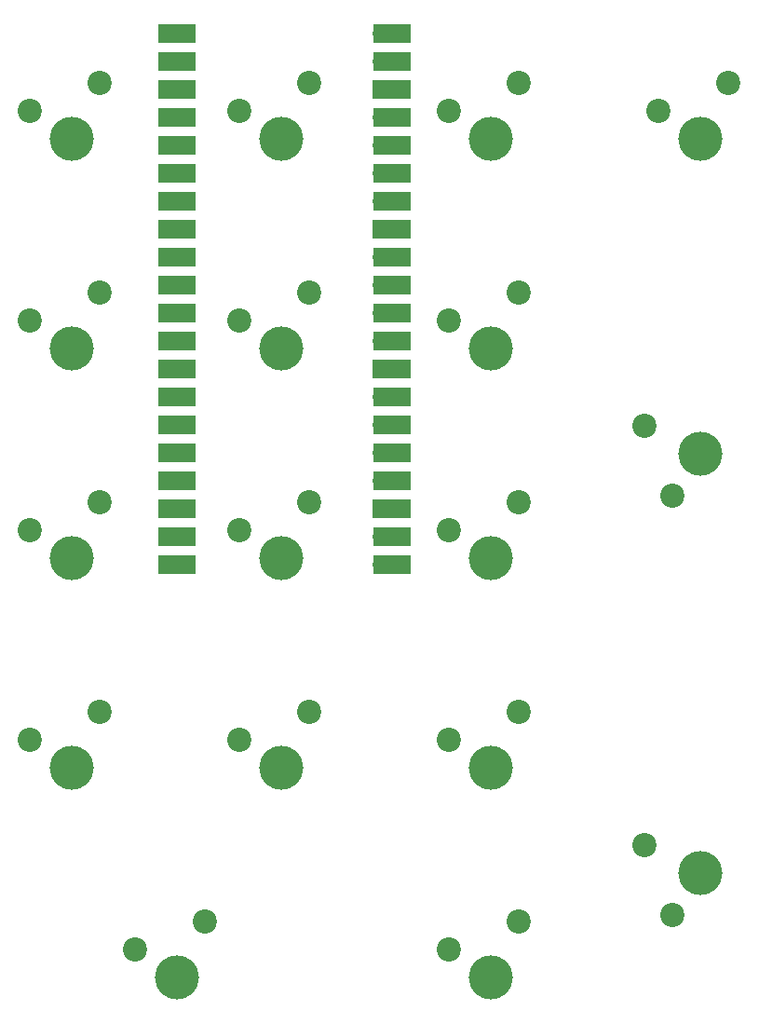
<source format=gbr>
%TF.GenerationSoftware,KiCad,Pcbnew,(6.0.9)*%
%TF.CreationDate,2023-01-29T18:03:13-08:00*%
%TF.ProjectId,numpad,6e756d70-6164-42e6-9b69-6361645f7063,rev?*%
%TF.SameCoordinates,Original*%
%TF.FileFunction,Soldermask,Bot*%
%TF.FilePolarity,Negative*%
%FSLAX46Y46*%
G04 Gerber Fmt 4.6, Leading zero omitted, Abs format (unit mm)*
G04 Created by KiCad (PCBNEW (6.0.9)) date 2023-01-29 18:03:13*
%MOMM*%
%LPD*%
G01*
G04 APERTURE LIST*
%ADD10R,3.500000X1.700000*%
%ADD11O,1.700000X1.700000*%
%ADD12R,1.700000X1.700000*%
%ADD13C,2.200000*%
%ADD14C,4.000000*%
G04 APERTURE END LIST*
D10*
%TO.C,U1*%
X80610000Y-53325000D03*
D11*
X81510000Y-53325000D03*
X81510000Y-55865000D03*
D10*
X80610000Y-55865000D03*
D12*
X81510000Y-58405000D03*
D10*
X80610000Y-58405000D03*
D11*
X81510000Y-60945000D03*
D10*
X80610000Y-60945000D03*
X80610000Y-63485000D03*
D11*
X81510000Y-63485000D03*
X81510000Y-66025000D03*
D10*
X80610000Y-66025000D03*
D11*
X81510000Y-68565000D03*
D10*
X80610000Y-68565000D03*
D12*
X81510000Y-71105000D03*
D10*
X80610000Y-71105000D03*
X80610000Y-73645000D03*
D11*
X81510000Y-73645000D03*
D10*
X80610000Y-76185000D03*
D11*
X81510000Y-76185000D03*
X81510000Y-78725000D03*
D10*
X80610000Y-78725000D03*
X80610000Y-81265000D03*
D11*
X81510000Y-81265000D03*
D10*
X80610000Y-83805000D03*
D12*
X81510000Y-83805000D03*
D10*
X80610000Y-86345000D03*
D11*
X81510000Y-86345000D03*
X81510000Y-88885000D03*
D10*
X80610000Y-88885000D03*
D11*
X81510000Y-91425000D03*
D10*
X80610000Y-91425000D03*
X80610000Y-93965000D03*
D11*
X81510000Y-93965000D03*
D12*
X81510000Y-96505000D03*
D10*
X80610000Y-96505000D03*
D11*
X81510000Y-99045000D03*
D10*
X80610000Y-99045000D03*
D11*
X81510000Y-101585000D03*
D10*
X80610000Y-101585000D03*
D11*
X99290000Y-101585000D03*
D10*
X100190000Y-101585000D03*
X100190000Y-99045000D03*
D11*
X99290000Y-99045000D03*
D12*
X99290000Y-96505000D03*
D10*
X100190000Y-96505000D03*
D11*
X99290000Y-93965000D03*
D10*
X100190000Y-93965000D03*
D11*
X99290000Y-91425000D03*
D10*
X100190000Y-91425000D03*
X100190000Y-88885000D03*
D11*
X99290000Y-88885000D03*
X99290000Y-86345000D03*
D10*
X100190000Y-86345000D03*
X100190000Y-83805000D03*
D12*
X99290000Y-83805000D03*
D10*
X100190000Y-81265000D03*
D11*
X99290000Y-81265000D03*
X99290000Y-78725000D03*
D10*
X100190000Y-78725000D03*
X100190000Y-76185000D03*
D11*
X99290000Y-76185000D03*
X99290000Y-73645000D03*
D10*
X100190000Y-73645000D03*
X100190000Y-71105000D03*
D12*
X99290000Y-71105000D03*
D11*
X99290000Y-68565000D03*
D10*
X100190000Y-68565000D03*
X100190000Y-66025000D03*
D11*
X99290000Y-66025000D03*
D10*
X100190000Y-63485000D03*
D11*
X99290000Y-63485000D03*
D10*
X100190000Y-60945000D03*
D11*
X99290000Y-60945000D03*
D12*
X99290000Y-58405000D03*
D10*
X100190000Y-58405000D03*
X100190000Y-55865000D03*
D11*
X99290000Y-55865000D03*
D10*
X100190000Y-53325000D03*
D11*
X99290000Y-53325000D03*
%TD*%
D13*
%TO.C,SW17*%
X123170000Y-88935000D03*
X125710000Y-95285000D03*
D14*
X128250000Y-91475000D03*
%TD*%
D13*
%TO.C,SW16*%
X123170000Y-127035000D03*
X125710000Y-133385000D03*
D14*
X128250000Y-129575000D03*
%TD*%
D13*
%TO.C,SW15*%
X83165000Y-134020000D03*
X76815000Y-136560000D03*
D14*
X80625000Y-139100000D03*
%TD*%
D13*
%TO.C,SW14*%
X130790000Y-57820000D03*
X124440000Y-60360000D03*
D14*
X128250000Y-62900000D03*
%TD*%
D13*
%TO.C,SW13*%
X111740000Y-134020000D03*
X105390000Y-136560000D03*
D14*
X109200000Y-139100000D03*
%TD*%
D13*
%TO.C,SW12*%
X111740000Y-57820000D03*
X105390000Y-60360000D03*
D14*
X109200000Y-62900000D03*
%TD*%
D13*
%TO.C,SW11*%
X92690000Y-57820000D03*
X86340000Y-60360000D03*
D14*
X90150000Y-62900000D03*
%TD*%
D13*
%TO.C,SW10*%
X73640000Y-57820000D03*
X67290000Y-60360000D03*
D14*
X71100000Y-62900000D03*
%TD*%
D13*
%TO.C,SW9*%
X111740000Y-76870000D03*
X105390000Y-79410000D03*
D14*
X109200000Y-81950000D03*
%TD*%
D13*
%TO.C,SW8*%
X92690000Y-76870000D03*
X86340000Y-79410000D03*
D14*
X90150000Y-81950000D03*
%TD*%
D13*
%TO.C,SW7*%
X73640000Y-76870000D03*
X67290000Y-79410000D03*
D14*
X71100000Y-81950000D03*
%TD*%
%TO.C,SW6*%
X109200000Y-101000000D03*
D13*
X105390000Y-98460000D03*
X111740000Y-95920000D03*
%TD*%
%TO.C,SW5*%
X92690000Y-95920000D03*
X86340000Y-98460000D03*
D14*
X90150000Y-101000000D03*
%TD*%
D13*
%TO.C,SW4*%
X73640000Y-95920000D03*
X67290000Y-98460000D03*
D14*
X71100000Y-101000000D03*
%TD*%
D13*
%TO.C,SW3*%
X111740000Y-114970000D03*
X105390000Y-117510000D03*
D14*
X109200000Y-120050000D03*
%TD*%
D13*
%TO.C,SW2*%
X92690000Y-114970000D03*
X86340000Y-117510000D03*
D14*
X90150000Y-120050000D03*
%TD*%
D13*
%TO.C,SW1*%
X73640000Y-114970000D03*
X67290000Y-117510000D03*
D14*
X71100000Y-120050000D03*
%TD*%
M02*

</source>
